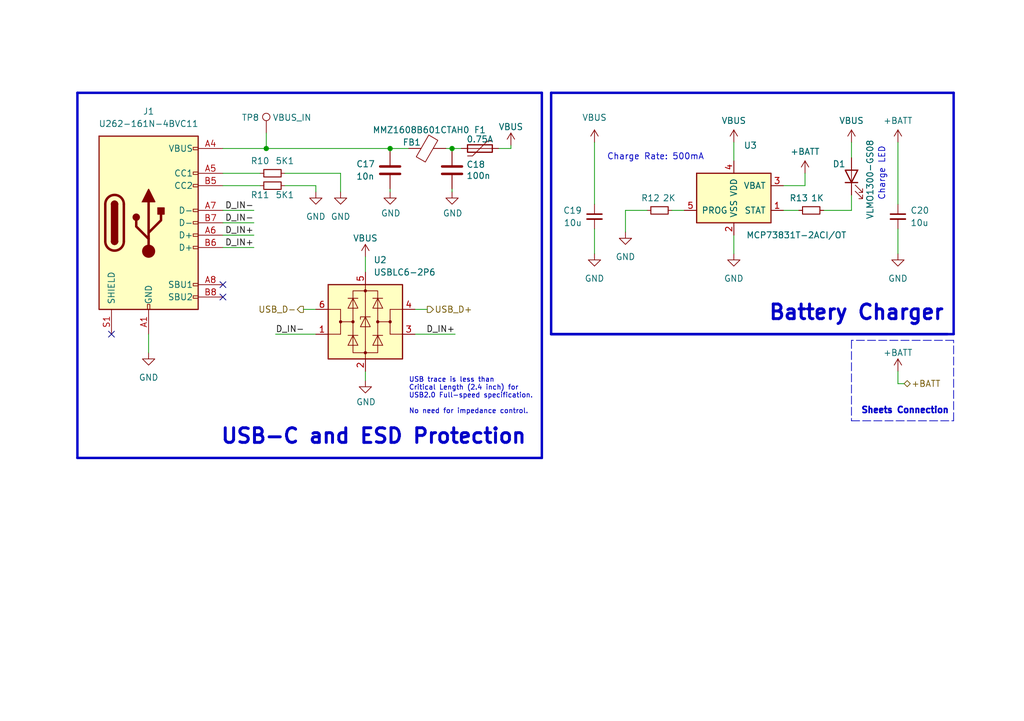
<source format=kicad_sch>
(kicad_sch (version 20231120) (generator "eeschema") (generator_version "8.0")
  (paper "A5")
  (title_block (title "USB Power") (date "2024-04-06") (rev "5") (company "Teapot Laboratories"))
  (lib_symbols
    (symbol "Battery_Management:MCP73831-2-OT" (pin_names (offset 1.016))
      (property "Reference" "U" (at -7.62 6.35 0))
      (property "Value" "MCP73831-2-OT" (at 1.27 6.35 0))
      (symbol "MCP73831-2-OT_0_1"
        (rectangle (start -7.62 5.08) (end 7.62 -5.08) (stroke (width 0.254)) (fill (type background)))
      )
      (symbol "MCP73831-2-OT_1_1"
        (pin output line (at 10.16 -2.54 180) (length 2.54) (name "STAT") (number "1"))
        (pin power_in line (at 0 -7.62 90) (length 2.54) (name "VSS") (number "2"))
        (pin power_out line (at 10.16 2.54 180) (length 2.54) (name "VBAT") (number "3"))
        (pin power_in line (at 0 7.62 270) (length 2.54) (name "VDD") (number "4"))
        (pin input line (at -10.16 -2.54 0) (length 2.54) (name "PROG") (number "5"))
      )
    )
    (symbol "Connector:TestPoint" (pin_numbers hide) (pin_names (offset 0.762) hide)
      (property "Reference" "TP" (at 0 6.858 0))
      (property "Value" "TestPoint" (at 0 5.08 0))
      (symbol "TestPoint_0_1"
        (circle (center 0 3.302) (radius 0.762))
      )
      (symbol "TestPoint_1_1"
        (pin passive line (at 0 0 90) (length 2.54) (name "1") (number "1"))
      )
    )
    (symbol "Connector:USB_C_Receptacle_USB2.0" (pin_names (offset 1.016))
      (property "Reference" "J" (at -10.16 19.05 0))
      (property "Value" "USB_C_Receptacle_USB2.0" (at 19.05 19.05 0))
      (symbol "USB_C_Receptacle_USB2.0_0_0"
        (rectangle (start -0.254 -17.78) (end 0.254 -16.764))
        (rectangle (start 10.16 -14.986) (end 9.144 -15.494))
        (rectangle (start 10.16 -12.446) (end 9.144 -12.954))
        (rectangle (start 10.16 -4.826) (end 9.144 -5.334))
        (rectangle (start 10.16 -2.286) (end 9.144 -2.794))
        (rectangle (start 10.16 0.254) (end 9.144 -0.254))
        (rectangle (start 10.16 2.794) (end 9.144 2.286))
        (rectangle (start 10.16 7.874) (end 9.144 7.366))
        (rectangle (start 10.16 10.414) (end 9.144 9.906))
        (rectangle (start 10.16 15.494) (end 9.144 14.986))
      )
      (symbol "USB_C_Receptacle_USB2.0_0_1"
        (rectangle (start -10.16 17.78) (end 10.16 -17.78) (stroke (width 0.254)) (fill (type background)))
        (arc (start -8.89 -3.81) (mid -6.985 -5.7067) (end -5.08 -3.81) (stroke (width 0.508)))
        (arc (start -7.62 -3.81) (mid -6.985 -4.4423) (end -6.35 -3.81) (stroke (width 0.254)))
        (arc (start -7.62 -3.81) (mid -6.985 -4.4423) (end -6.35 -3.81) (stroke (width 0.254)) (fill (type outline)))
        (rectangle (start -7.62 -3.81) (end -6.35 3.81) (stroke (width 0.254)) (fill (type outline)))
        (arc (start -6.35 3.81) (mid -6.985 4.4423) (end -7.62 3.81) (stroke (width 0.254)))
        (arc (start -6.35 3.81) (mid -6.985 4.4423) (end -7.62 3.81) (stroke (width 0.254)) (fill (type outline)))
        (arc (start -5.08 3.81) (mid -6.985 5.7067) (end -8.89 3.81) (stroke (width 0.508)))
        (circle (center -2.54 1.143) (radius 0.635) (stroke (width 0.254)) (fill (type outline)))
        (circle (center 0 -5.842) (radius 1.27) (fill (type outline)))
        (polyline (pts (xy -8.89 -3.81) (xy -8.89 3.81)) (stroke (width 0.508)))
        (polyline (pts (xy -5.08 3.81) (xy -5.08 -3.81)) (stroke (width 0.508)))
        (polyline (pts (xy 0 -5.842) (xy 0 4.318)) (stroke (width 0.508)))
        (polyline (pts (xy 0 -3.302) (xy -2.54 -0.762) (xy -2.54 0.508)) (stroke (width 0.508)))
        (polyline (pts (xy 0 -2.032) (xy 2.54 0.508) (xy 2.54 1.778)) (stroke (width 0.508)))
        (polyline (pts (xy -1.27 4.318) (xy 0 6.858) (xy 1.27 4.318) (xy -1.27 4.318)) (stroke (width 0.254)) (fill (type outline)))
        (rectangle (start 1.905 1.778) (end 3.175 3.048) (stroke (width 0.254)) (fill (type outline)))
      )
      (symbol "USB_C_Receptacle_USB2.0_1_1"
        (pin passive line (at 0 -22.86 90) (length 5.08) (name "GND") (number "A1"))
        (pin passive line (at 0 -22.86 90) (length 5.08) hide (name "GND") (number "A12"))
        (pin passive line (at 15.24 15.24 180) (length 5.08) (name "VBUS") (number "A4"))
        (pin bidirectional line (at 15.24 10.16 180) (length 5.08) (name "CC1") (number "A5"))
        (pin bidirectional line (at 15.24 -2.54 180) (length 5.08) (name "D+") (number "A6"))
        (pin bidirectional line (at 15.24 2.54 180) (length 5.08) (name "D-") (number "A7"))
        (pin bidirectional line (at 15.24 -12.7 180) (length 5.08) (name "SBU1") (number "A8"))
        (pin passive line (at 15.24 15.24 180) (length 5.08) hide (name "VBUS") (number "A9"))
        (pin passive line (at 0 -22.86 90) (length 5.08) hide (name "GND") (number "B1"))
        (pin passive line (at 0 -22.86 90) (length 5.08) hide (name "GND") (number "B12"))
        (pin passive line (at 15.24 15.24 180) (length 5.08) hide (name "VBUS") (number "B4"))
        (pin bidirectional line (at 15.24 7.62 180) (length 5.08) (name "CC2") (number "B5"))
        (pin bidirectional line (at 15.24 -5.08 180) (length 5.08) (name "D+") (number "B6"))
        (pin bidirectional line (at 15.24 0 180) (length 5.08) (name "D-") (number "B7"))
        (pin bidirectional line (at 15.24 -15.24 180) (length 5.08) (name "SBU2") (number "B8"))
        (pin passive line (at 15.24 15.24 180) (length 5.08) hide (name "VBUS") (number "B9"))
        (pin passive line (at -7.62 -22.86 90) (length 5.08) (name "SHIELD") (number "S1"))
      )
    )
    (symbol "Device:C" (pin_numbers hide) (pin_names (offset 0.254))
      (property "Reference" "C" (at 0.635 2.54 0))
      (property "Value" "C" (at 0.635 -2.54 0))
      (symbol "C_0_1"
        (polyline (pts (xy -2.032 -0.762) (xy 2.032 -0.762)) (stroke (width 0.508)))
        (polyline (pts (xy -2.032 0.762) (xy 2.032 0.762)) (stroke (width 0.508)))
      )
      (symbol "C_1_1"
        (pin passive line (at 0 3.81 270) (length 2.794) (name "~") (number "1"))
        (pin passive line (at 0 -3.81 90) (length 2.794) (name "~") (number "2"))
      )
    )
    (symbol "Device:C_Small" (pin_numbers hide) (pin_names (offset 0.254) hide)
      (property "Reference" "C" (at 0.254 1.778 0))
      (property "Value" "C_Small" (at 0.254 -2.032 0))
      (symbol "C_Small_0_1"
        (polyline (pts (xy -1.524 -0.508) (xy 1.524 -0.508)) (stroke (width 0.3302)))
        (polyline (pts (xy -1.524 0.508) (xy 1.524 0.508)) (stroke (width 0.3048)))
      )
      (symbol "C_Small_1_1"
        (pin passive line (at 0 2.54 270) (length 2.032) (name "~") (number "1"))
        (pin passive line (at 0 -2.54 90) (length 2.032) (name "~") (number "2"))
      )
    )
    (symbol "Device:FerriteBead" (pin_numbers hide) (pin_names (offset 0))
      (property "Reference" "FB" (at -3.81 0.635 90))
      (property "Value" "FerriteBead" (at 3.81 0 90))
      (symbol "FerriteBead_0_1"
        (polyline (pts (xy 0 -1.27) (xy 0 -1.2192)))
        (polyline (pts (xy 0 1.27) (xy 0 1.2954)))
        (polyline (pts (xy -2.7686 0.4064) (xy -1.7018 2.2606) (xy 2.7686 -0.3048) (xy 1.6764 -2.159) (xy -2.7686 0.4064)))
      )
      (symbol "FerriteBead_1_1"
        (pin passive line (at 0 3.81 270) (length 2.54) (name "~") (number "1"))
        (pin passive line (at 0 -3.81 90) (length 2.54) (name "~") (number "2"))
      )
    )
    (symbol "Device:LED" (pin_numbers hide) (pin_names (offset 1.016) hide)
      (property "Reference" "D" (at 0 2.54 0))
      (property "Value" "LED" (at 0 -2.54 0))
      (symbol "LED_0_1"
        (polyline (pts (xy -1.27 -1.27) (xy -1.27 1.27)) (stroke (width 0.254)))
        (polyline (pts (xy -1.27 0) (xy 1.27 0)))
        (polyline (pts (xy 1.27 -1.27) (xy 1.27 1.27) (xy -1.27 0) (xy 1.27 -1.27)) (stroke (width 0.254)))
        (polyline (pts (xy -3.048 -0.762) (xy -4.572 -2.286) (xy -3.81 -2.286) (xy -4.572 -2.286) (xy -4.572 -1.524)))
        (polyline (pts (xy -1.778 -0.762) (xy -3.302 -2.286) (xy -2.54 -2.286) (xy -3.302 -2.286) (xy -3.302 -1.524)))
      )
      (symbol "LED_1_1"
        (pin passive line (at -3.81 0 0) (length 2.54) (name "K") (number "1"))
        (pin passive line (at 3.81 0 180) (length 2.54) (name "A") (number "2"))
      )
    )
    (symbol "Device:Polyfuse" (pin_numbers hide) (pin_names (offset 0))
      (property "Reference" "F" (at -2.54 0 90))
      (property "Value" "Polyfuse" (at 2.54 0 90))
      (symbol "Polyfuse_0_1"
        (rectangle (start -0.762 2.54) (end 0.762 -2.54) (stroke (width 0.254)))
        (polyline (pts (xy 0 2.54) (xy 0 -2.54)))
        (polyline (pts (xy -1.524 2.54) (xy -1.524 1.524) (xy 1.524 -1.524) (xy 1.524 -2.54)))
      )
      (symbol "Polyfuse_1_1"
        (pin passive line (at 0 3.81 270) (length 1.27) (name "~") (number "1"))
        (pin passive line (at 0 -3.81 90) (length 1.27) (name "~") (number "2"))
      )
    )
    (symbol "Device:R_Small" (pin_numbers hide) (pin_names (offset 0.254) hide)
      (property "Reference" "R" (at 0.762 0.508 0))
      (property "Value" "R_Small" (at 0.762 -1.016 0))
      (symbol "R_Small_0_1"
        (rectangle (start -0.762 1.778) (end 0.762 -1.778) (stroke (width 0.2032)))
      )
      (symbol "R_Small_1_1"
        (pin passive line (at 0 2.54 270) (length 0.762) (name "~") (number "1"))
        (pin passive line (at 0 -2.54 90) (length 0.762) (name "~") (number "2"))
      )
    )
    (symbol "Power_Protection:USBLC6-2P6" (pin_names hide)
      (property "Reference" "U" (at 2.54 8.89 0))
      (property "Value" "USBLC6-2P6" (at 2.54 -8.89 0))
      (symbol "USBLC6-2P6_0_1"
        (rectangle (start -7.62 -7.62) (end 7.62 7.62) (stroke (width 0.254)) (fill (type background)))
        (circle (center -5.08 0) (radius 0.254) (fill (type outline)))
        (circle (center -2.54 0) (radius 0.254) (fill (type outline)))
        (rectangle (start -2.54 6.35) (end 2.54 -6.35))
        (circle (center 0 -6.35) (radius 0.254) (fill (type outline)))
        (polyline (pts (xy -5.08 -2.54) (xy -7.62 -2.54)))
        (polyline (pts (xy -5.08 0) (xy -5.08 -2.54)))
        (polyline (pts (xy -5.08 2.54) (xy -7.62 2.54)))
        (polyline (pts (xy -1.524 -2.794) (xy -3.556 -2.794)))
        (polyline (pts (xy -1.524 4.826) (xy -3.556 4.826)))
        (polyline (pts (xy 0 -7.62) (xy 0 -6.35)))
        (polyline (pts (xy 0 -6.35) (xy 0 1.27)))
        (polyline (pts (xy 0 1.27) (xy 0 6.35)))
        (polyline (pts (xy 0 6.35) (xy 0 7.62)))
        (polyline (pts (xy 1.524 -2.794) (xy 3.556 -2.794)))
        (polyline (pts (xy 1.524 4.826) (xy 3.556 4.826)))
        (polyline (pts (xy 5.08 -2.54) (xy 7.62 -2.54)))
        (polyline (pts (xy 5.08 0) (xy 5.08 -2.54)))
        (polyline (pts (xy 5.08 2.54) (xy 7.62 2.54)))
        (polyline (pts (xy -2.54 0) (xy -5.08 0) (xy -5.08 2.54)))
        (polyline (pts (xy 2.54 0) (xy 5.08 0) (xy 5.08 2.54)))
        (polyline (pts (xy -3.556 -4.826) (xy -1.524 -4.826) (xy -2.54 -2.794) (xy -3.556 -4.826)))
        (polyline (pts (xy -3.556 2.794) (xy -1.524 2.794) (xy -2.54 4.826) (xy -3.556 2.794)))
        (polyline (pts (xy -1.016 -1.016) (xy 1.016 -1.016) (xy 0 1.016) (xy -1.016 -1.016)))
        (polyline (pts (xy 1.016 1.016) (xy 0.762 1.016) (xy -1.016 1.016) (xy -1.016 0.508)))
        (polyline (pts (xy 3.556 -4.826) (xy 1.524 -4.826) (xy 2.54 -2.794) (xy 3.556 -4.826)))
        (polyline (pts (xy 3.556 2.794) (xy 1.524 2.794) (xy 2.54 4.826) (xy 3.556 2.794)))
        (circle (center 0 6.35) (radius 0.254) (fill (type outline)))
        (circle (center 2.54 0) (radius 0.254) (fill (type outline)))
        (circle (center 5.08 0) (radius 0.254) (fill (type outline)))
      )
      (symbol "USBLC6-2P6_1_1"
        (pin passive line (at -10.16 -2.54 0) (length 2.54) (name "I/O1") (number "1"))
        (pin passive line (at 0 -10.16 90) (length 2.54) (name "GND") (number "2"))
        (pin passive line (at 10.16 -2.54 180) (length 2.54) (name "I/O2") (number "3"))
        (pin passive line (at 10.16 2.54 180) (length 2.54) (name "I/O2") (number "4"))
        (pin passive line (at 0 10.16 270) (length 2.54) (name "VBUS") (number "5"))
        (pin passive line (at -10.16 2.54 0) (length 2.54) (name "I/O1") (number "6"))
      )
    )
    (symbol "power:+BATT" (power) (pin_names (offset 0))
      (property "Value" "+BATT" (at 0 3.556 0))
      (symbol "+BATT_0_1"
        (polyline (pts (xy -0.762 1.27) (xy 0 2.54)))
        (polyline (pts (xy 0 0) (xy 0 2.54)))
        (polyline (pts (xy 0 2.54) (xy 0.762 1.27)))
      )
      (symbol "+BATT_1_1"
        (pin power_in line (at 0 0 90) (length 0) hide (name "+BATT") (number "1"))
      )
    )
    (symbol "power:GND" (power) (pin_names (offset 0))
      (property "Value" "GND" (at 0 -3.81 0))
      (symbol "GND_0_1"
        (polyline (pts (xy 0 0) (xy 0 -1.27) (xy 1.27 -1.27) (xy 0 -2.54) (xy -1.27 -1.27) (xy 0 -1.27)))
      )
      (symbol "GND_1_1"
        (pin power_in line (at 0 0 270) (length 0) hide (name "GND") (number "1"))
      )
    )
    (symbol "power:VBUS" (power) (pin_names (offset 0))
      (property "Value" "VBUS" (at 0 3.81 0))
      (symbol "VBUS_0_1"
        (polyline (pts (xy -0.762 1.27) (xy 0 2.54)))
        (polyline (pts (xy 0 0) (xy 0 2.54)))
        (polyline (pts (xy 0 2.54) (xy 0.762 1.27)))
      )
      (symbol "VBUS_1_1"
        (pin power_in line (at 0 0 90) (length 0) hide (name "VBUS") (number "1"))
      )
    )
  )
  (junction (at 92.71 30.48))
  (junction (at 80.01 30.48))
  (junction (at 54.61 30.48))
  (no_connect (at 45.72 60.96))
  (no_connect (at 45.72 58.42))
  (no_connect (at 22.86 68.58))
  (wire (pts (xy 165.1 35.56) (xy 165.1 38.1)))
  (polyline (pts (xy 174.625 69.85) (xy 174.625 86.36)) (stroke (width 0) (type dash)))
  (wire (pts (xy 58.42 35.56) (xy 69.85 35.56)))
  (polyline (pts (xy 15.875 19.05) (xy 111.125 19.05)) (stroke (width 0.5)))
  (wire (pts (xy 184.15 29.21) (xy 184.15 41.91)))
  (wire (pts (xy 85.09 63.5) (xy 87.63 63.5)))
  (wire (pts (xy 102.235 30.48) (xy 104.775 30.48)))
  (wire (pts (xy 74.93 76.2) (xy 74.93 78.105)))
  (wire (pts (xy 184.15 78.74) (xy 185.42 78.74)))
  (wire (pts (xy 45.72 43.18) (xy 52.07 43.18)))
  (wire (pts (xy 174.625 29.21) (xy 174.625 32.385)))
  (wire (pts (xy 45.72 48.26) (xy 52.07 48.26)))
  (wire (pts (xy 137.795 43.18) (xy 140.335 43.18)))
  (wire (pts (xy 92.71 31.115) (xy 92.71 30.48)))
  (wire (pts (xy 93.345 68.58) (xy 85.09 68.58)))
  (wire (pts (xy 128.27 43.18) (xy 128.27 47.625)))
  (wire (pts (xy 80.01 31.115) (xy 80.01 30.48)))
  (polyline (pts (xy 195.58 69.85) (xy 174.625 69.85)) (stroke (width 0) (type dash)))
  (wire (pts (xy 30.48 68.58) (xy 30.48 72.39)))
  (wire (pts (xy 80.01 38.735) (xy 80.01 39.37)))
  (wire (pts (xy 91.44 30.48) (xy 92.71 30.48)))
  (wire (pts (xy 45.72 50.8) (xy 52.07 50.8)))
  (wire (pts (xy 45.72 35.56) (xy 53.34 35.56)))
  (wire (pts (xy 54.61 27.305) (xy 54.61 30.48)))
  (polyline (pts (xy 113.03 68.58) (xy 113.03 19.05)) (stroke (width 0.5)))
  (wire (pts (xy 45.72 30.48) (xy 54.61 30.48)))
  (wire (pts (xy 174.625 43.18) (xy 168.91 43.18)))
  (wire (pts (xy 80.01 30.48) (xy 83.82 30.48)))
  (wire (pts (xy 160.655 43.18) (xy 163.83 43.18)))
  (wire (pts (xy 92.71 38.735) (xy 92.71 39.37)))
  (polyline (pts (xy 195.58 19.05) (xy 195.58 68.58)) (stroke (width 0.5)))
  (polyline (pts (xy 111.125 93.98) (xy 111.125 19.05)) (stroke (width 0.5)))
  (wire (pts (xy 184.15 76.2) (xy 184.15 78.74)))
  (wire (pts (xy 54.61 30.48) (xy 80.01 30.48)))
  (wire (pts (xy 45.72 45.72) (xy 52.07 45.72)))
  (wire (pts (xy 69.85 35.56) (xy 69.85 39.37)))
  (wire (pts (xy 150.495 48.26) (xy 150.495 52.07)))
  (wire (pts (xy 121.92 29.21) (xy 121.92 41.91)))
  (wire (pts (xy 58.42 38.1) (xy 64.77 38.1)))
  (wire (pts (xy 74.93 52.705) (xy 74.93 55.88)))
  (wire (pts (xy 62.23 63.5) (xy 64.77 63.5)))
  (wire (pts (xy 184.15 46.99) (xy 184.15 52.07)))
  (polyline (pts (xy 113.03 68.58) (xy 195.58 68.58)) (stroke (width 0.5)))
  (wire (pts (xy 165.1 38.1) (xy 160.655 38.1)))
  (wire (pts (xy 64.77 38.1) (xy 64.77 39.37)))
  (polyline (pts (xy 15.875 19.05) (xy 15.875 93.98)) (stroke (width 0.5)))
  (wire (pts (xy 64.77 68.58) (xy 56.515 68.58)))
  (wire (pts (xy 174.625 40.005) (xy 174.625 43.18)))
  (wire (pts (xy 132.715 43.18) (xy 128.27 43.18)))
  (polyline (pts (xy 15.875 93.98) (xy 111.125 93.98)) (stroke (width 0.5)))
  (polyline (pts (xy 174.625 86.36) (xy 195.58 86.36)) (stroke (width 0) (type dash)))
  (wire (pts (xy 121.92 46.99) (xy 121.92 52.07)))
  (wire (pts (xy 45.72 38.1) (xy 53.34 38.1)))
  (wire (pts (xy 104.775 30.48) (xy 104.775 29.845)))
  (wire (pts (xy 150.495 29.21) (xy 150.495 33.02)))
  (polyline (pts (xy 113.03 19.05) (xy 195.58 19.05)) (stroke (width 0.5)))
  (wire (pts (xy 92.71 30.48) (xy 94.615 30.48)))
  (polyline (pts (xy 195.58 86.36) (xy 195.58 69.85)) (stroke (width 0) (type dash)))
  (polyline (pts (xy 194.31 68.58) (xy 113.03 68.58)) (stroke (width 0.5)))
  (text "Sheets Connection" (at 176.53 85.09 0) (effects (font (size 1.27 1.27) (thickness 0.6) (bold yes)) (justify left bottom)))
  (text "Charge Rate: 500mA" (at 124.46 33.02 0) (effects (font (size 1.27 1.27)) (justify left bottom)))
  (text "Battery Charger" (at 157.48 66.04 0) (effects (font (size 3 3) (thickness 0.6) (bold yes)) (justify left bottom)))
  (text "USB-C and ESD Protection" (at 45.085 91.44 0) (effects (font (size 3 3) (thickness 0.6) (bold yes)) (justify left bottom)))
  (text "Charge LED" (at 181.61 41.275 90) (effects (font (size 1.27 1.27)) (justify left bottom)))
  (text "USB trace is less than \nCritical Length (2.4 inch) for\nUSB2.0 Full-speed specification.\n\nNo need for impedance control." (at 83.82 85.09 0) (effects (font (size 1 1)) (justify left bottom)))
  (label "D_IN-" (at 52.07 45.72 180))
  (label "D_IN+" (at 52.07 50.8 180))
  (label "D_IN+" (at 52.07 48.26 180))
  (label "D_IN-" (at 52.07 43.18 180))
  (label "D_IN-" (at 56.515 68.58 0))
  (label "D_IN+" (at 93.345 68.58 180))
  (hierarchical_label "USB_D-" (shape output) (at 62.23 63.5 180))
  (hierarchical_label "+BATT" (shape bidirectional) (at 185.42 78.74 0))
  (hierarchical_label "USB_D+" (shape output) (at 87.63 63.5 0))
  (symbol (lib_id "Device:Polyfuse") (at 98.425 30.48 90) (unit 1)
    (property "Reference" "F1" (at 98.425 26.67 90))
    (property "Value" "0.75A" (at 98.425 28.575 90))
    (property "Footprint" "Fuse:Fuse_0805_2012Metric" (effects (hide yes)))
    (property "Datasheet" "https://datasheet.lcsc.com/lcsc/2304140030_RUILON-Shenzhen-Ruilongyuan-Elec-SMD0805P075TF_C20979.pdf" (effects (hide yes)))
    (property "Part Description" "Resettable Fuses 6V 750mA 40A 1.5A" (effects (hide yes)))
    (property "Manufacturer" "RUILON(Shenzhen Ruilongyuan Elec)" (effects (hide yes)))
    (property "Manufacturer Part Number" "SMD0805P075TF" (effects (hide yes)))
    (property "Distributor" "LCSC" (effects (hide yes)))
    (property "Distributor Part Number" "C20979" (effects (hide yes)))
    (property "Distributor Link" "https://www.lcsc.com/product-detail/Resettable-Fuses_RUILON-Shenzhen-Ruilongyuan-Elec-SMD0805P075TF_C20979.html" (effects (hide yes)))
  )
  (symbol (lib_id "Device:R_Small") (at 55.88 35.56 90) (unit 1)
    (property "Reference" "R10" (at 53.34 33.02 90))
    (property "Value" "5K1" (at 58.42 33.02 90))
    (property "Footprint" "Resistor_SMD:R_0402_1005Metric" (effects (hide yes)))
    (property "Datasheet" "https://datasheet.lcsc.com/lcsc/2206010045_UNI-ROYAL-Uniroyal-Elec-0402WGF5101TCE_C25905.pdf" (effects (hide yes)))
    (property "Part Description" "Resistor 62.5mW ±1% 5.1kΩ" (effects (hide yes)))
    (property "Manufacturer" "UNI-ROYAL(Uniroyal Elec)" (effects (hide yes)))
    (property "Manufacturer Part Number" "0402WGF5101TCE" (effects (hide yes)))
    (property "Distributor" "LCSC" (effects (hide yes)))
    (property "Distributor Part Number" "C25905" (effects (hide yes)))
    (property "Distributor Link" "https://www.lcsc.com/product-detail/Chip-Resistor-Surface-Mount_UNI-ROYAL-Uniroyal-Elec-0402WGF5101TCE_C25905.html" (effects (hide yes)))
    (instances (project "atlas" (path "" (reference "R10") (unit 1))) (project "bwlr1e-prog" (path "" (reference "R5") (unit 1))) (project "feather_rak3172" (path "" (reference "R3") (unit 1))))
  )
  (symbol (lib_id "power:GND") (at 80.01 39.37 0) (unit 1)
    (property "Reference" "#PWR035" (effects (hide yes)))
    (property "Value" "GND" (at 80.137 43.7642 0))
    (instances (project "atlas" (path "" (reference "#PWR035") (unit 1))) (project "bwlr1e-prog" (path "" (reference "#PWR08") (unit 1))) (project "Penguino-STM32WL-LoRa-E5" (path "" (reference "#PWR0106") (unit 1))))
  )
  (symbol (lib_id "Device:C_Small") (at 121.92 44.45 0) (mirror y) (unit 1)
    (property "Reference" "C19" (at 119.38 43.1862 0) (effects (justify left)))
    (property "Value" "10u" (at 119.38 45.7262 0) (effects (justify left)))
    (property "Footprint" "Capacitor_SMD:C_0603_1608Metric" (effects (hide yes)))
    (property "Datasheet" "https://datasheet.lcsc.com/lcsc/2304140030_Samsung-Electro-Mechanics-CL10A106KP8NNNC_C19702.pdf" (effects (hide yes)))
    (property "Part Description" "Ceramic Capacitor 10V 10uF X5R ±10% 0603" (effects (hide yes)))
    (property "Manufacturer" "Samsung Electro-Mechanics" (effects (hide yes)))
    (property "Manufacturer Part Number" "CL10A106KP8NNNC" (effects (hide yes)))
    (property "Distributor" "LCSC" (effects (hide yes)))
    (property "Distributor Part Number" "C19702" (effects (hide yes)))
    (property "Distributor Link" "https://www.lcsc.com/product-detail/Multilayer-Ceramic-Capacitors-MLCC-SMD-SMT_Samsung-Electro-Mechanics-CL10A106KP8NNNC_C19702.html" (effects (hide yes)))
    (instances (project "atlas" (path "" (reference "C19") (unit 1))) (project "bwlr1e-prog" (path "" (reference "C3") (unit 1))) (project "feather_rak3172" (path "" (reference "C6") (unit 1))))
  )
  (symbol (lib_id "power:+BATT") (at 165.1 35.56 0) (unit 1)
    (property "Reference" "#PWR043" (effects (hide yes)))
    (property "Value" "+BATT" (at 165.1 31.115 0))
    (instances (project "atlas" (path "" (reference "#PWR043") (unit 1))) (project "bwlr1e-prog" (path "" (reference "#PWR018") (unit 1))) (project "feather_rak3172" (path "" (reference "#PWR0131") (unit 1))))
  )
  (symbol (lib_id "Device:LED") (at 174.625 36.195 90) (unit 1)
    (property "Reference" "D1" (at 172.085 33.655 90))
    (property "Value" "VLMO1300-GS08" (at 178.435 36.83 0))
    (property "Footprint" "LED_SMD:LED_0603_1608Metric" (effects (hide yes)))
    (property "Datasheet" "https://datasheet.lcsc.com/lcsc/2209291030_Vishay-Intertech-VLMO1300-GS08_C5184984.pdf" (effects (hide yes)))
    (property "Part Description" "Orange 2V 20mA" (effects (hide yes)))
    (property "Manufacturer" "Vishay Intertech" (effects (hide yes)))
    (property "Manufacturer Part Number" "VLMO1300-GS08" (effects (hide yes)))
    (property "Distributor" "LCSC" (effects (hide yes)))
    (property "Distributor Part Number" "C5184984" (effects (hide yes)))
    (property "Distributor Link" "https://www.lcsc.com/product-detail/Light-Emitting-Diodes-LED_Vishay-Intertech-VLMO1300-GS08_C5184984.html" (effects (hide yes)))
    (instances (project "atlas" (path "" (reference "D1") (unit 1))) (project "bwlr1e-prog" (path "" (reference "D1") (unit 1))) (project "feather_rak3172" (path "" (reference "D2") (unit 1))))
  )
  (symbol (lib_id "Power_Protection:USBLC6-2P6") (at 74.93 66.04 0) (unit 1)
    (property "Reference" "U2" (at 76.5811 53.34 0) (effects (justify left)))
    (property "Value" "USBLC6-2P6" (at 76.5811 55.88 0) (effects (justify left)))
    (property "Footprint" "Package_TO_SOT_SMD:SOT-666" (effects (hide yes)))
    (property "Datasheet" "https://www.st.com/resource/en/datasheet/usblc6-2.pdf" (effects (hide yes)))
    (property "Part Description" "ESD Protection 6V 17V 2 Unidirectional 5.25V" (effects (hide yes)))
    (property "Manufacturer" "STMicroelectronics" (effects (hide yes)))
    (property "Manufacturer Part Number" "USBLC6-2P6" (effects (hide yes)))
    (property "Distributor" "LCSC" (effects (hide yes)))
    (property "Distributor Part Number" "C15999" (effects (hide yes)))
    (property "Distributor Link" "https://www.lcsc.com/product-detail/ESD-Protection-Devices_STMicroelectronics-USBLC6-2P6_C15999.html" (effects (hide yes)))
  )
  (symbol (lib_id "power:+BATT") (at 184.15 29.21 0) (unit 1)
    (property "Reference" "#PWR046" (effects (hide yes)))
    (property "Value" "+BATT" (at 184.15 24.765 0))
    (instances (project "atlas" (path "" (reference "#PWR046") (unit 1))) (project "bwlr1e-prog" (path "" (reference "#PWR018") (unit 1))) (project "feather_rak3172" (path "" (reference "#PWR0131") (unit 1))))
  )
  (symbol (lib_id "power:VBUS") (at 150.495 29.21 0) (unit 1)
    (property "Reference" "#PWR041" (effects (hide yes)))
    (property "Value" "VBUS" (at 150.495 24.765 0))
    (instances (project "atlas" (path "" (reference "#PWR041") (unit 1))) (project "bwlr1e-prog" (path "" (reference "#PWR010") (unit 1))) (project "feather_rak3172" (path "" (reference "#PWR0132") (unit 1))))
  )
  (symbol (lib_id "Device:FerriteBead") (at 87.63 30.48 90) (unit 1)
    (property "Reference" "FB1" (at 84.455 29.21 90))
    (property "Value" "MMZ1608B601CTAH0" (at 86.36 26.67 90))
    (property "Footprint" "Inductor_SMD:L_0603_1608Metric" (effects (hide yes)))
    (property "Datasheet" "https://datasheet.lcsc.com/lcsc/2304140030_TDK-MMZ1608B601CTAH0_C97120.pdf" (effects (hide yes)))
    (property "Part Description" "Ferrite Beads 400mΩ ±25% 600Ω@100MHz" (effects (hide yes)))
    (property "Manufacturer" "TDK" (effects (hide yes)))
    (property "Manufacturer Part Number" "MMZ1608B601CTAH0" (effects (hide yes)))
    (property "Distributor" "LCSC" (effects (hide yes)))
    (property "Distributor Part Number" "C97120" (effects (hide yes)))
    (property "Distributor Link" "https://www.lcsc.com/product-detail/Ferrite-Beads_TDK-MMZ1608B601CTAH0_C97120.html" (effects (hide yes)))
  )
  (symbol (lib_id "power:GND") (at 121.92 52.07 0) (unit 1)
    (property "Reference" "#PWR039" (effects (hide yes)))
    (property "Value" "GND" (at 121.92 57.15 0))
    (instances (project "atlas" (path "" (reference "#PWR039") (unit 1))) (project "bwlr1e-prog" (path "" (reference "#PWR05") (unit 1))) (project "feather_rak3172" (path "" (reference "#PWR0104") (unit 1))))
  )
  (symbol (lib_id "power:VBUS") (at 104.775 29.845 0) (unit 1)
    (property "Reference" "#PWR037" (effects (hide yes)))
    (property "Value" "VBUS" (at 104.775 26.035 0))
    (instances (project "atlas" (path "" (reference "#PWR037") (unit 1))) (project "bwlr1e-prog" (path "" (reference "#PWR014") (unit 1))) (project "Penguino-STM32WL-LoRa-E5" (path "" (reference "#PWR0105") (unit 1))))
  )
  (symbol (lib_id "power:GND") (at 150.495 52.07 0) (unit 1)
    (property "Reference" "#PWR042" (effects (hide yes)))
    (property "Value" "GND" (at 150.495 57.15 0))
    (instances (project "atlas" (path "" (reference "#PWR042") (unit 1))) (project "bwlr1e-prog" (path "" (reference "#PWR011") (unit 1))) (project "feather_rak3172" (path "" (reference "#PWR0134") (unit 1))))
  )
  (symbol (lib_id "Device:C_Small") (at 184.15 44.45 0) (unit 1)
    (property "Reference" "C20" (at 186.69 43.1862 0) (effects (justify left)))
    (property "Value" "10u" (at 186.69 45.7262 0) (effects (justify left)))
    (property "Footprint" "Capacitor_SMD:C_0603_1608Metric" (effects (hide yes)))
    (property "Datasheet" "https://datasheet.lcsc.com/lcsc/2304140030_Samsung-Electro-Mechanics-CL10A106KP8NNNC_C19702.pdf" (effects (hide yes)))
    (property "Part Description" "Ceramic Capacitor 10V 10uF X5R ±10% 0603" (effects (hide yes)))
    (property "Manufacturer" "Samsung Electro-Mechanics" (effects (hide yes)))
    (property "Manufacturer Part Number" "CL10A106KP8NNNC" (effects (hide yes)))
    (property "Distributor" "LCSC" (effects (hide yes)))
    (property "Distributor Part Number" "C19702" (effects (hide yes)))
    (property "Distributor Link" "https://www.lcsc.com/product-detail/Multilayer-Ceramic-Capacitors-MLCC-SMD-SMT_Samsung-Electro-Mechanics-CL10A106KP8NNNC_C19702.html" (effects (hide yes)))
    (instances (project "atlas" (path "" (reference "C20") (unit 1))) (project "bwlr1e-prog" (path "" (reference "C3") (unit 1))) (project "feather_rak3172" (path "" (reference "C6") (unit 1))))
  )
  (symbol (lib_id "power:VBUS") (at 174.625 29.21 0) (unit 1)
    (property "Reference" "#PWR044" (effects (hide yes)))
    (property "Value" "VBUS" (at 174.625 24.765 0))
    (instances (project "atlas" (path "" (reference "#PWR044") (unit 1))) (project "bwlr1e-prog" (path "" (reference "#PWR017") (unit 1))) (project "feather_rak3172" (path "" (reference "#PWR0130") (unit 1))))
  )
  (symbol (lib_id "power:GND") (at 30.48 72.39 0) (unit 1)
    (property "Reference" "#PWR030" (effects (hide yes)))
    (property "Value" "GND" (at 30.48 77.47 0))
    (instances (project "atlas" (path "" (reference "#PWR030") (unit 1))) (project "bwlr1e-prog" (path "" (reference "#PWR03") (unit 1))) (project "feather_rak3172" (path "" (reference "#PWR0108") (unit 1))))
  )
  (symbol (lib_id "Device:R_Small") (at 55.88 38.1 90) (unit 1)
    (property "Reference" "R11" (at 53.34 40.005 90))
    (property "Value" "5K1" (at 58.42 40.005 90))
    (property "Footprint" "Resistor_SMD:R_0402_1005Metric" (effects (hide yes)))
    (property "Datasheet" "https://datasheet.lcsc.com/lcsc/2206010045_UNI-ROYAL-Uniroyal-Elec-0402WGF5101TCE_C25905.pdf" (effects (hide yes)))
    (property "Part Description" "Resistor 62.5mW ±1% 5.1kΩ" (effects (hide yes)))
    (property "Manufacturer" "UNI-ROYAL(Uniroyal Elec)" (effects (hide yes)))
    (property "Manufacturer Part Number" "0402WGF5101TCE" (effects (hide yes)))
    (property "Distributor" "LCSC" (effects (hide yes)))
    (property "Distributor Part Number" "C25905" (effects (hide yes)))
    (property "Distributor Link" "https://www.lcsc.com/product-detail/Chip-Resistor-Surface-Mount_UNI-ROYAL-Uniroyal-Elec-0402WGF5101TCE_C25905.html" (effects (hide yes)))
    (instances (project "atlas" (path "" (reference "R11") (unit 1))) (project "bwlr1e-prog" (path "" (reference "R5") (unit 1))) (project "feather_rak3172" (path "" (reference "R3") (unit 1))))
  )
  (symbol (lib_id "power:+BATT") (at 184.15 76.2 0) (unit 1)
    (property "Reference" "#PWR048" (effects (hide yes)))
    (property "Value" "+BATT" (at 184.15 72.39 0))
    (instances (project "atlas" (path "" (reference "#PWR048") (unit 1))) (project "bwlr1e-prog" (path "" (reference "#PWR018") (unit 1))) (project "feather_rak3172" (path "" (reference "#PWR0131") (unit 1))))
  )
  (symbol (lib_id "power:VBUS") (at 121.92 29.21 0) (unit 1)
    (property "Reference" "#PWR038" (effects (hide yes)))
    (property "Value" "VBUS" (at 121.92 24.13 0))
    (instances (project "atlas" (path "" (reference "#PWR038") (unit 1))) (project "bwlr1e-prog" (path "" (reference "#PWR04") (unit 1))) (project "feather_rak3172" (path "" (reference "#PWR0103") (unit 1))))
  )
  (symbol (lib_id "power:GND") (at 128.27 47.625 0) (unit 1)
    (property "Reference" "#PWR040" (effects (hide yes)))
    (property "Value" "GND" (at 128.27 52.705 0))
    (instances (project "atlas" (path "" (reference "#PWR040") (unit 1))) (project "bwlr1e-prog" (path "" (reference "#PWR02") (unit 1))) (project "feather_rak3172" (path "" (reference "#PWR0135") (unit 1))))
  )
  (symbol (lib_id "Connector:TestPoint") (at 54.61 27.305 0) (unit 1)
    (property "Reference" "TP8" (at 49.53 24.13 0) (effects (justify left)))
    (property "Value" "VBUS_IN" (at 55.88 24.13 0) (effects (justify left)))
    (property "Footprint" "TestPoint:TestPoint_Pad_D1.0mm" (effects (hide yes)))
  )
  (symbol (lib_id "power:GND") (at 184.15 52.07 0) (unit 1)
    (property "Reference" "#PWR047" (effects (hide yes)))
    (property "Value" "GND" (at 184.15 57.15 0))
    (instances (project "atlas" (path "" (reference "#PWR047") (unit 1))) (project "bwlr1e-prog" (path "" (reference "#PWR019") (unit 1))) (project "feather_rak3172" (path "" (reference "#PWR0127") (unit 1))))
  )
  (symbol (lib_id "power:GND") (at 74.93 78.105 0) (unit 1)
    (property "Reference" "#PWR034" (effects (hide yes)))
    (property "Value" "GND" (at 75.057 82.4992 0))
    (instances (project "atlas" (path "" (reference "#PWR034") (unit 1))) (project "bwlr1e-prog" (path "" (reference "#PWR016") (unit 1))) (project "Penguino-STM32WL-LoRa-E5" (path "" (reference "#PWR0107") (unit 1))))
  )
  (symbol (lib_id "Device:C") (at 92.71 34.925 0) (unit 1)
    (property "Reference" "C18" (at 95.631 33.7566 0) (effects (justify left)))
    (property "Value" "100n" (at 95.631 36.068 0) (effects (justify left)))
    (property "Footprint" "Capacitor_SMD:C_0402_1005Metric" (effects (hide yes)))
    (property "Datasheet" "https://datasheet.lcsc.com/lcsc/2304140030_Samsung-Electro-Mechanics-CL05B104KO5NNNC_C1525.pdf" (effects (hide yes)))
    (property "Part Description" "Ceramic Capacitor 16V 100nF X7R ±10%" (effects (hide yes)))
    (property "Manufacturer" "Samsung Electro-Mechanics" (effects (hide yes)))
    (property "Manufacturer Part Number" "CL05B104KO5NNNC" (effects (hide yes)))
    (property "Distributor" "LCSC" (effects (hide yes)))
    (property "Distributor Part Number" "C1525" (effects (hide yes)))
    (property "Distributor Link" "https://www.lcsc.com/product-detail/Multilayer-Ceramic-Capacitors-MLCC-SMD-SMT_Samsung-Electro-Mechanics-CL05B104KO5NNNC_C1525.html" (effects (hide yes)))
    (instances (project "atlas" (path "" (reference "C18") (unit 1))) (project "bwlr1e-prog" (path "" (reference "C5") (unit 1))) (project "Penguino-STM32WL-LoRa-E5" (path "" (reference "C4") (unit 1))))
  )
  (symbol (lib_id "Device:R_Small") (at 166.37 43.18 90) (mirror x) (unit 1)
    (property "Reference" "R13" (at 163.83 40.64 90))
    (property "Value" "1K" (at 167.64 40.64 90))
    (property "Footprint" "Resistor_SMD:R_0402_1005Metric" (effects (hide yes)))
    (property "Datasheet" "https://datasheet.lcsc.com/lcsc/2206010216_UNI-ROYAL-Uniroyal-Elec-0402WGF1001TCE_C11702.pdf" (effects (hide yes)))
    (property "Part Description" "Resistor 62.5mW ±1% 1kΩ" (effects (hide yes)))
    (property "Manufacturer" "UNI-ROYAL(Uniroyal Elec)" (effects (hide yes)))
    (property "Manufacturer Part Number" "0402WGF1001TCE" (effects (hide yes)))
    (property "Distributor" "LCSC" (effects (hide yes)))
    (property "Distributor Part Number" "C11702" (effects (hide yes)))
    (property "Distributor Link" "https://www.lcsc.com/product-detail/Chip-span-style-background-color-ff0-Resistor-span-Surface-Mount_UNI-ROYAL-Uniroyal-Elec-0402WGF1001TCE_C11702.html" (effects (hide yes)))
    (instances (project "atlas" (path "" (reference "R13") (unit 1))) (project "bwlr1e-prog" (path "" (reference "R7") (unit 1))) (project "feather_rak3172" (path "" (reference "R6") (unit 1))))
  )
  (symbol (lib_id "Connector:USB_C_Receptacle_USB2.0") (at 30.48 45.72 0) (unit 1)
    (property "Reference" "J1" (at 30.48 22.86 0))
    (property "Value" "U262-161N-4BVC11" (at 30.48 25.4 0))
    (property "Footprint" "atlas:USB_C_Receptacle_XKB_U262-16XN-4BVC11" (effects (hide yes)))
    (property "Datasheet" "https://datasheet.lcsc.com/lcsc/2110151630_XKB-Connectivity-U262-161N-4BVC11_C319148.pdf" (effects (hide yes)))
    (property "Part Description" "USB Connectors Type-C 3A USB 3.1 16P" (effects (hide yes)))
    (property "Manufacturer" "XKB Connectivity" (effects (hide yes)))
    (property "Manufacturer Part Number" "U262-161N-4BVC11" (effects (hide yes)))
    (property "Distributor" "LCSC" (effects (hide yes)))
    (property "Distributor Part Number" "C319148" (effects (hide yes)))
    (property "Distributor Link" "https://www.lcsc.com/product-detail/USB-Connectors_XKB-Connectivity-U262-161N-4BVC11_C319148.html" (effects (hide yes)))
    (instances (project "atlas" (path "" (reference "J1") (unit 1))) (project "bwlr1e-prog" (path "" (reference "J1") (unit 1))) (project "feather_rak3172" (path "" (reference "J3") (unit 1))))
  )
  (symbol (lib_id "Device:C") (at 80.01 34.925 0) (mirror y) (unit 1)
    (property "Reference" "C17" (at 73.025 33.655 0) (effects (justify right)))
    (property "Value" "10n" (at 73.025 36.195 0) (effects (justify right)))
    (property "Footprint" "Capacitor_SMD:C_0402_1005Metric" (effects (hide yes)))
    (property "Datasheet" "https://datasheet.lcsc.com/lcsc/1811141241_YAGEO-CC0402KRX7R7BB103_C327009.pdf" (effects (hide yes)))
    (property "Part Description" "Ceramic Capacitors 16V 10nF X7R ±10%" (effects (hide yes)))
    (property "Manufacturer" "YAGEO" (effects (hide yes)))
    (property "Manufacturer Part Number" "CC0402KRX7R7BB103" (effects (hide yes)))
    (property "Distributor" "LCSC" (effects (hide yes)))
    (property "Distributor Part Number" "C327009" (effects (hide yes)))
    (property "Distributor Link" "https://www.lcsc.com/product-detail/Multilayer-Ceramic-Capacitors-MLCC-SMD-SMT_YAGEO-CC0402KRX7R7BB103_C327009.html" (effects (hide yes)))
    (instances (project "atlas" (path "" (reference "C17") (unit 1))) (project "bwlr1e" (path "" (reference "C8") (unit 1))))
  )
  (symbol (lib_id "Battery_Management:MCP73831-2-OT") (at 150.495 40.64 0) (unit 1)
    (property "Reference" "U3" (at 152.5144 29.845 0) (effects (justify left)))
    (property "Value" "MCP73831T-2ACI/OT" (at 153.035 48.26 0) (effects (justify left)))
    (property "Footprint" "Package_TO_SOT_SMD:SOT-23-5" (effects (hide yes)))
    (property "Datasheet" "http://ww1.microchip.com/downloads/en/DeviceDoc/20001984g.pdf" (effects (hide yes)))
    (property "Part Description" "Battery Management IC 6V LiPoly 1500mA" (effects (hide yes)))
    (property "Manufacturer" "Microchip Tech" (effects (hide yes)))
    (property "Manufacturer Part Number" "MCP73831T-2ACI/OT" (effects (hide yes)))
    (property "Distributor" "LCSC" (effects (hide yes)))
    (property "Distributor Part Number" "C424093" (effects (hide yes)))
    (property "Distributor Link" "https://www.lcsc.com/product-detail/Battery-Management-ICs_Microchip-Tech-MCP73831T-2ACI-OT_C424093.html" (effects (hide yes)))
    (instances (project "atlas" (path "" (reference "U3") (unit 1))) (project "bwlr1e-prog" (path "" (reference "U1") (unit 1))) (project "feather_rak3172" (path "" (reference "U3") (unit 1))))
  )
  (symbol (lib_id "power:GND") (at 69.85 39.37 0) (unit 1)
    (property "Reference" "#PWR032" (effects (hide yes)))
    (property "Value" "GND" (at 69.85 44.45 0))
    (instances (project "atlas" (path "" (reference "#PWR032") (unit 1))) (project "bwlr1e-prog" (path "" (reference "#PWR07") (unit 1))) (project "feather_rak3172" (path "" (reference "#PWR0109") (unit 1))))
  )
  (symbol (lib_id "power:VBUS") (at 74.93 52.705 0) (unit 1)
    (property "Reference" "#PWR033" (effects (hide yes)))
    (property "Value" "VBUS" (at 74.93 48.895 0))
    (instances (project "atlas" (path "" (reference "#PWR033") (unit 1))) (project "bwlr1e-prog" (path "" (reference "#PWR015") (unit 1))) (project "Penguino-STM32WL-LoRa-E5" (path "" (reference "#PWR0105") (unit 1))))
  )
  (symbol (lib_id "Device:R_Small") (at 135.255 43.18 270) (mirror x) (unit 1)
    (property "Reference" "R12" (at 131.445 40.64 90) (effects (justify left)))
    (property "Value" "2K" (at 135.89 40.64 90) (effects (justify left)))
    (property "Footprint" "Resistor_SMD:R_0402_1005Metric" (effects (hide yes)))
    (property "Datasheet" "https://datasheet.lcsc.com/lcsc/2206010230_UNI-ROYAL-Uniroyal-Elec-0402WGF2001TCE_C4109.pdf?_gl=1*15awnhm*_ga*MTY2MjYzODk0OS4xNjk1MzQ0NTg0*_ga_98M84MKSZH*MTcxMDI4OTA1Ni43Mi4xLjE3MTAyODkwNzAuNDYuMC4w" (effects (hide yes)))
    (property "Part Description" "Resistor 62.5mW ±1% 2kΩ " (effects (hide yes)))
    (property "Manufacturer" "UNI-ROYAL(Uniroyal Elec)" (effects (hide yes)))
    (property "Manufacturer Part Number" "0402WGF2001TCE" (effects (hide yes)))
    (property "Distributor" "LCSC" (effects (hide yes)))
    (property "Distributor Part Number" "C4109" (effects (hide yes)))
    (property "Distributor Link" "https://www.lcsc.com/product-detail/Chip-Resistor-Surface-Mount_UNI-ROYAL-Uniroyal-Elec-0402WGF2001TCE_C4109.html" (effects (hide yes)))
    (instances (project "atlas" (path "" (reference "R12") (unit 1))) (project "bwlr1e-prog" (path "" (reference "R3") (unit 1))) (project "feather_rak3172" (path "" (reference "R5") (unit 1))))
  )
  (symbol (lib_id "power:GND") (at 92.71 39.37 0) (unit 1)
    (property "Reference" "#PWR036" (effects (hide yes)))
    (property "Value" "GND" (at 92.837 43.7642 0))
    (instances (project "atlas" (path "" (reference "#PWR036") (unit 1))) (project "bwlr1e-prog" (path "" (reference "#PWR012") (unit 1))) (project "Penguino-STM32WL-LoRa-E5" (path "" (reference "#PWR0107") (unit 1))))
  )
  (symbol (lib_id "power:GND") (at 64.77 39.37 0) (unit 1)
    (property "Reference" "#PWR031" (effects (hide yes)))
    (property "Value" "GND" (at 64.77 44.45 0))
    (instances (project "atlas" (path "" (reference "#PWR031") (unit 1))) (project "bwlr1e-prog" (path "" (reference "#PWR06") (unit 1))) (project "feather_rak3172" (path "" (reference "#PWR0110") (unit 1))))
  )
)
</source>
